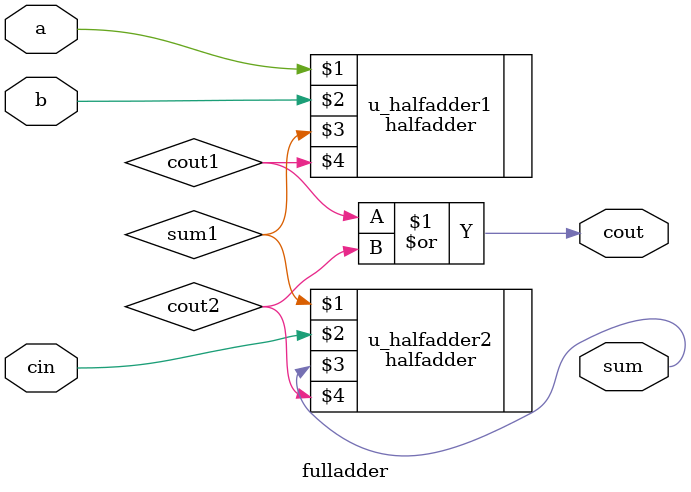
<source format=v>
`timescale 1ns / 1ps


module fulladder(
    input a, b, cin,
    output sum, cout
);
 
    wire sum1;
    wire cout1, cout2;
        
    halfadder u_halfadder1(a, b, sum1, cout1);
    halfadder u_halfadder2(sum1, cin, sum, cout2);
    
    assign cout = cout1 | cout2;

endmodule

</source>
